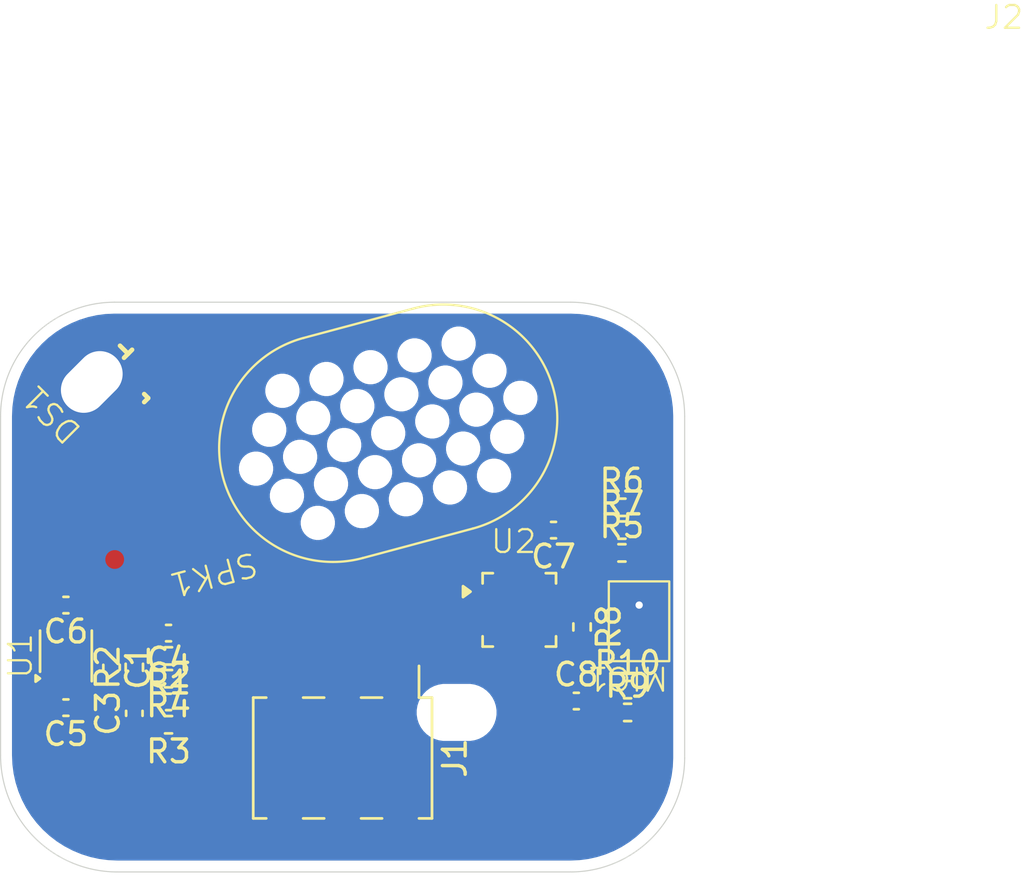
<source format=kicad_pcb>
(kicad_pcb (version 20241229) (generator "pcbnew") (generator_version "9.0")
  (layers (0 "F.Cu" signal) (2 "B.Cu" signal) (13 "F.Paste" user) (15 "B.Paste" user) (5 "F.SilkS" user "F.Silkscreen") (7 "B.SilkS" user "B.Silkscreen") (1 "F.Mask" user) (3 "B.Mask" user) (25 "Edge.Cuts" user))
  (net 0 "")
  (net 1 "Net-(SPK1-+)")
  (net 2 "Net-(U1-INN)")
  (net 3 "Net-(C2-Pad2)")
  (net 4 "Net-(C2-Pad1)")
  (net 5 "GND")
  (net 6 "Net-(U1-BYPASS)")
  (net 7 "+3V3")
  (net 8 "Net-(DS1-RK)")
  (net 9 "Net-(DS1-BK)")
  (net 10 "Net-(DS1-GK)")
  (net 11 "/SDA")
  (net 13 "/SCL")
  (net 15 "/PDM_DATA")
  (net 16 "/PDM_CLK")
  (net 17 "/AUDIO")
  (net 18 "/LED_R")
  (net 19 "/LED_G")
  (net 20 "/LED_B")
  (net 21 "/SWIO")
  (net 22 "Net-(SPK1--)")
  (net 23 "/AMP_SD")
  (net 27 "/UART")
  (net 29 "/RESET")
  (footprint "Capacitor_SMD:C_0402_1005Metric" (layer "F.Cu") (at 128.86625 92.29 180)
    (property "Reference" "C6" (at 0 -1.16 0) (layer "F.SilkS"))
    (property "Value" "1uF")
    (fp_line (start -0.107836 0.36) (end 0.107836 0.36) (stroke (width 0.12)) (layer "F.SilkS"))
    (fp_line (start -0.107836 -0.36) (end 0.107836 -0.36) (stroke (width 0.12)) (layer "F.SilkS"))
    (pad "1" smd roundrect (at -0.48 0 180) (size 0.56 0.62) (layers "F.Cu" "F.Mask" "F.Paste") (net 7 "+3V3"))
    (pad "2" smd roundrect (at 0.48 0 180) (size 0.56 0.62) (layers "F.Cu" "F.Mask" "F.Paste") (net 5 "GND"))
  )
  (footprint "noisy_cricket_sao:LMD3526B261-OA5" (layer "F.Cu") (at 154 93 180)
    (property "Reference" "MIC1" (at 0.5 -2.5 180) (layer "F.SilkS") (effects (font (thickness 0.1))))
    (property "Value" "LMD3526B261-OA5")
    (fp_circle (center -0.005 0.71) (end 0.735 0.71) (stroke (width 0.3)) (fill no) (layers "F.Cu" "F.Mask"))
    (fp_rect (start -1.325 -1.75) (end 1.325 1.75) (stroke (width 0.1)) (fill no) (layer "F.SilkS"))
    (pad "" np_thru_hole circle (at -0.005 0.71 180) (size 0.32 0.32) (drill 0.32) (layers "*.Cu" "*.Mask"))
    (pad "1" smd roundrect (at -0.835 -1.36 180) (size 0.73 0.52) (layers "F.Cu" "F.Mask" "F.Paste") (roundrect_rratio 0.15) (net 15 "/PDM_DATA"))
    (pad "2" smd roundrect (at -0.835 -0.54 180) (size 0.73 0.52) (layers "F.Cu" "F.Mask" "F.Paste") (roundrect_rratio 0.15) (net 5 "GND"))
    (pad "3" smd roundrect (at 0.835 -0.54 180) (size 0.73 0.52) (layers "F.Cu" "F.Mask" "F.Paste") (roundrect_rratio 0.15) (net 16 "/PDM_CLK"))
    (pad "4" smd roundrect (at 0.835 -1.36 180) (size 0.73 0.52) (layers "F.Cu" "F.Mask" "F.Paste") (roundrect_rratio 0.15) (net 7 "+3V3"))
    (pad "5" smd circle (at 0 1.45 180) (size 0.3 0.3) (layers "F.Cu" "F.Mask" "F.Paste") (net 5 "GND"))
  )
  (footprint "Capacitor_SMD:C_0402_1005Metric" (layer "F.Cu") (at 133.36625 96.54)
    (property "Reference" "C2" (at 0 -1.16 0) (layer "F.SilkS"))
    (property "Value" "390nF")
    (fp_line (start -0.107836 -0.36) (end 0.107836 -0.36) (stroke (width 0.12)) (layer "F.SilkS"))
    (fp_line (start -0.107836 0.36) (end 0.107836 0.36) (stroke (width 0.12)) (layer "F.SilkS"))
    (pad "1" smd roundrect (at -0.48 0) (size 0.56 0.62) (layers "F.Cu" "F.Mask" "F.Paste") (net 4 "Net-(C2-Pad1)"))
    (pad "2" smd roundrect (at 0.48 0) (size 0.56 0.62) (layers "F.Cu" "F.Mask" "F.Paste") (net 3 "Net-(C2-Pad2)"))
  )
  (footprint "noisy_cricket_sao:Debug Pogo 6-Pin" (layer "F.Cu") (at 151.135 95.49)
    (property "Reference" "J2" (at 18.865 -28.99 0) (layer "F.SilkS") (effects (font (thickness 0.1))))
    (property "Value" "Debug Pogo 6-Pin")
  )
  (footprint "Resistor_SMD:R_0402_1005Metric" (layer "F.Cu") (at 131.86625 95.02 90)
    (property "Reference" "R2" (at 0 -1.17 90) (layer "F.SilkS"))
    (property "Value" "68k")
    (fp_line (start -0.153641 -0.38) (end 0.153641 -0.38) (stroke (width 0.12)) (layer "F.SilkS"))
    (fp_line (start -0.153641 0.38) (end 0.153641 0.38) (stroke (width 0.12)) (layer "F.SilkS"))
    (pad "1" smd roundrect (at -0.51 0 90) (size 0.54 0.64) (layers "F.Cu" "F.Mask" "F.Paste") (net 2 "Net-(U1-INN)"))
    (pad "2" smd roundrect (at 0.51 0 90) (size 0.54 0.64) (layers "F.Cu" "F.Mask" "F.Paste") (net 1 "Net-(SPK1-+)"))
  )
  (footprint "Resistor_SMD:R_0402_1005Metric" (layer "F.Cu") (at 133.36625 95.52 180)
    (property "Reference" "R4" (at 0 -1.17 0) (layer "F.SilkS"))
    (property "Value" "20k")
    (fp_line (start -0.153641 0.38) (end 0.153641 0.38) (stroke (width 0.12)) (layer "F.SilkS"))
    (fp_line (start -0.153641 -0.38) (end 0.153641 -0.38) (stroke (width 0.12)) (layer "F.SilkS"))
    (pad "1" smd roundrect (at -0.51 0 180) (size 0.54 0.64) (layers "F.Cu" "F.Mask" "F.Paste") (net 3 "Net-(C2-Pad2)"))
    (pad "2" smd roundrect (at 0.51 0 180) (size 0.54 0.64) (layers "F.Cu" "F.Mask" "F.Paste") (net 2 "Net-(U1-INN)"))
  )
  (footprint "Resistor_SMD:R_0402_1005Metric" (layer "F.Cu") (at 153.25 90)
    (property "Reference" "R5" (at 0 -1.17 0) (layer "F.SilkS"))
    (property "Value" "100")
    (fp_line (start -0.153641 -0.38) (end 0.153641 -0.38) (stroke (width 0.12)) (layer "F.SilkS"))
    (fp_line (start -0.153641 0.38) (end 0.153641 0.38) (stroke (width 0.12)) (layer "F.SilkS"))
    (pad "1" smd roundrect (at -0.51 0) (size 0.54 0.64) (layers "F.Cu" "F.Mask" "F.Paste") (net 18 "/LED_R"))
    (pad "2" smd roundrect (at 0.51 0) (size 0.54 0.64) (layers "F.Cu" "F.Mask" "F.Paste") (net 8 "Net-(DS1-RK)"))
  )
  (footprint "Capacitor_SMD:C_0402_1005Metric" (layer "F.Cu") (at 130.86625 95.02 -90)
    (property "Reference" "C1" (at 0 -1.16 90) (layer "F.SilkS"))
    (property "Value" "220pF")
    (fp_line (start -0.107836 0.36) (end 0.107836 0.36) (stroke (width 0.12)) (layer "F.SilkS"))
    (fp_line (start -0.107836 -0.36) (end 0.107836 -0.36) (stroke (width 0.12)) (layer "F.SilkS"))
    (pad "1" smd roundrect (at -0.48 0 270) (size 0.56 0.62) (layers "F.Cu" "F.Mask" "F.Paste") (net 1 "Net-(SPK1-+)"))
    (pad "2" smd roundrect (at 0.48 0 270) (size 0.56 0.62) (layers "F.Cu" "F.Mask" "F.Paste") (net 2 "Net-(U1-INN)"))
  )
  (footprint "noisy_cricket_sao:AD8107" (layer "F.Cu") (at 128.86625 94.52 90)
    (property "Reference" "U1" (at 0 -2 90) (layer "F.SilkS") (effects (font (thickness 0.1))))
    (property "Value" "AD8107")
    (fp_line (start -0.695568 -1.135) (end 1.11 -1.135) (stroke (width 0.12)) (layer "F.SilkS"))
    (fp_line (start 1.11 1.135) (end -1.11 1.135) (stroke (width 0.12)) (layer "F.SilkS"))
    (fp_poly (pts (xy -0.99 -1.14) (xy -1.13 -1.33) (xy -0.85 -1.33)) (stroke (width 0.12)) (fill yes) (layer "F.SilkS"))
    (pad "1" smd roundrect (at -0.9625 -0.75 90) (size 0.775 0.25) (layers "F.Cu" "F.Mask" "F.Paste") (net 23 "/AMP_SD"))
    (pad "2" smd roundrect (at -0.9625 -0.25 90) (size 0.775 0.25) (layers "F.Cu" "F.Mask" "F.Paste") (net 6 "Net-(U1-BYPASS)"))
    (pad "3" smd roundrect (at -0.9625 0.25 90) (size 0.775 0.25) (layers "F.Cu" "F.Mask" "F.Paste") (net 6 "Net-(U1-BYPASS)"))
    (pad "4" smd roundrect (at -0.9625 0.75 90) (size 0.775 0.25) (layers "F.Cu" "F.Mask" "F.Paste") (net 2 "Net-(U1-INN)"))
    (pad "5" smd roundrect (at 0.9625 0.75 90) (size 0.775 0.25) (layers "F.Cu" "F.Mask" "F.Paste") (net 1 "Net-(SPK1-+)"))
    (pad "6" smd roundrect (at 0.9625 0.25 90) (size 0.775 0.25) (layers "F.Cu" "F.Mask" "F.Paste") (net 7 "+3V3"))
    (pad "7" smd roundrect (at 0.9625 -0.25 90) (size 0.775 0.25) (layers "F.Cu" "F.Mask" "F.Paste") (net 5 "GND"))
    (pad "8" smd roundrect (at 0.9625 -0.75 90) (size 0.775 0.25) (layers "F.Cu" "F.Mask" "F.Paste") (net 22 "Net-(SPK1--)"))
    (pad "9" smd rect (at 0 0 90) (size 0.85 1.65) (property pad_prop_heatsink) (layers "F.Cu" "F.Mask"))
  )
  (footprint "noisy_cricket_sao:1510-8Ω1W-L60MM" (layer "F.Cu") (at 143 84.75 -165)
    (property "Reference" "SPK1" (at 9 -4 195) (layer "F.SilkS") (effects (font (thickness 0.1))))
    (property "Value" "1510-8Ω1W-L60MM")
    (fp_line (start -2.499999 4.999999) (end 2.499999 4.999999) (stroke (width 0.1)) (layer "F.SilkS"))
    (fp_line (start -2.499999 -4.999999) (end 2.499999 -4.999999) (stroke (width 0.1)) (layer "F.SilkS"))
    (fp_arc (start 2.499999 -4.999999) (mid 7.5 0.000001) (end 2.499999 4.999999) (stroke (width 0.1)) (layer "F.SilkS"))
    (fp_arc (start -2.499999 4.999999) (mid -7.5 -0.000001) (end -2.499999 -4.999999) (stroke (width 0.1)) (layer "F.SilkS"))
    (pad "" np_thru_hole circle (at -6 0 195) (size 1 1) (drill 1) (layers "*.Cu" "*.Mask"))
    (pad "" np_thru_hole circle (at -5 -1.500001 195) (size 1 1) (drill 1) (layers "*.Cu" "*.Mask"))
    (pad "" np_thru_hole circle (at -4.999999 1.5 195) (size 1 1) (drill 1) (layers "*.Cu" "*.Mask"))
    (pad "" np_thru_hole circle (at -4 -3.000001 195) (size 1 1) (drill 1) (layers "*.Cu" "*.Mask"))
    (pad "" np_thru_hole circle (at -4 0 195) (size 1 1) (drill 1) (layers "*.Cu" "*.Mask"))
    (pad "" np_thru_hole circle (at -4 3 195) (size 1 1) (drill 1) (layers "*.Cu" "*.Mask"))
    (pad "" np_thru_hole circle (at -3.000001 -1.5 195) (size 1 1) (drill 1) (layers "*.Cu" "*.Mask"))
    (pad "" np_thru_hole circle (at -3 1.5 195) (size 1 1) (drill 1) (layers "*.Cu" "*.Mask"))
    (pad "" np_thru_hole circle (at -2.000001 3 195) (size 1 1) (drill 1) (layers "*.Cu" "*.Mask"))
    (pad "" np_thru_hole circle (at -2 -3 195) (size 1 1) (drill 1) (layers "*.Cu" "*.Mask"))
    (pad "" np_thru_hole circle (at -2 0 195) (size 1 1) (drill 1) (layers "*.Cu" "*.Mask"))
    (pad "" np_thru_hole circle (at -1 -1.499999 195) (size 1 1) (drill 1) (layers "*.Cu" "*.Mask"))
    (pad "" np_thru_hole circle (at -1 1.5 195) (size 1 1) (drill 1) (layers "*.Cu" "*.Mask"))
    (pad "" np_thru_hole circle (at -0.000001 -3 195) (size 1 1) (drill 1) (layers "*.Cu" "*.Mask"))
    (pad "" np_thru_hole circle (at 0 0 195) (size 1 1) (drill 1) (layers "*.Cu" "*.Mask"))
    (pad "" np_thru_hole circle (at 0.000001 3 195) (size 1 1) (drill 1) (layers "*.Cu" "*.Mask"))
    (pad "" np_thru_hole circle (at 1 -1.5 195) (size 1 1) (drill 1) (layers "*.Cu" "*.Mask"))
    (pad "" np_thru_hole circle (at 1 1.499999 195) (size 1 1) (drill 1) (layers "*.Cu" "*.Mask"))
    (pad "" np_thru_hole circle (at 2 0 195) (size 1 1) (drill 1) (layers "*.Cu" "*.Mask"))
    (pad "" np_thru_hole circle (at 2 3 195) (size 1 1) (drill 1) (layers "*.Cu" "*.Mask"))
    (pad "" np_thru_hole circle (at 2.000001 -3 195) (size 1 1) (drill 1) (layers "*.Cu" "*.Mask"))
    (pad "" np_thru_hole circle (at 3 -1.5 195) (size 1 1) (drill 1) (layers "*.Cu" "*.Mask"))
    (pad "" np_thru_hole circle (at 3.000001 1.5 195) (size 1 1) (drill 1) (layers "*.Cu" "*.Mask"))
    (pad "" np_thru_hole circle (at 4 -3 195) (size 1 1) (drill 1) (layers "*.Cu" "*.Mask"))
    (pad "" np_thru_hole circle (at 4 0 195) (size 1 1) (drill 1) (layers "*.Cu" "*.Mask"))
    (pad "" np_thru_hole circle (at 4 3.000001 195) (size 1 1) (drill 1) (layers "*.Cu" "*.Mask"))
    (pad "" np_thru_hole circle (at 4.999999 -1.5 195) (size 1 1) (drill 1) (layers "*.Cu" "*.Mask"))
    (pad "" np_thru_hole circle (at 5 1.500001 195) (size 1 1) (drill 1) (layers "*.Cu" "*.Mask"))
    (pad "" np_thru_hole circle (at 6 0 195) (size 1 1) (drill 1) (layers "*.Cu" "*.Mask"))
    (pad "1" smd roundrect (at 12.5 -2 195) (size 4 2) (layers "F.Cu" "F.Mask" "F.Paste") (roundrect_rratio 0.15) (net 1 "Net-(SPK1-+)"))
    (pad "2" smd roundrect (at 12.5 1.999999 195) (size 4 2) (layers "F.Cu" "F.Mask" "F.Paste") (roundrect_rratio 0.15) (net 22 "Net-(SPK1--)"))
  )
  (footprint "Resistor_SMD:R_0402_1005Metric" (layer "F.Cu") (at 133.36625 97.54 180)
    (property "Reference" "R3" (at 0 -1.17 0) (layer "F.SilkS"))
    (property "Value" "40.2")
    (fp_line (start -0.153641 0.38) (end 0.153641 0.38) (stroke (width 0.12)) (layer "F.SilkS"))
    (fp_line (start -0.153641 -0.38) (end 0.153641 -0.38) (stroke (width 0.12)) (layer "F.SilkS"))
    (pad "1" smd roundrect (at -0.51 0 180) (size 0.54 0.64) (layers "F.Cu" "F.Mask" "F.Paste") (net 17 "/AUDIO"))
    (pad "2" smd roundrect (at 0.51 0 180) (size 0.54 0.64) (layers "F.Cu" "F.Mask" "F.Paste") (net 4 "Net-(C2-Pad1)"))
  )
  (footprint "Connector_PinHeader_2.54mm:PinHeader_2x03_P2.54mm_Vertical_SMD" (layer "F.Cu") (at 141 99 -90)
    (property "Reference" "J1" (at 0 -4.92 90) (layer "F.SilkS"))
    (property "Value" "SAO 6-Pin")
    (fp_line (start -2.65 3.92) (end 2.65 3.92) (stroke (width 0.12)) (layer "F.SilkS"))
    (fp_line (start -2.65 3.35) (end -2.65 3.92) (stroke (width 0.12)) (layer "F.SilkS"))
    (fp_line (start 2.65 3.35) (end 2.65 3.92) (stroke (width 0.12)) (layer "F.SilkS"))
    (fp_line (start -2.65 0.81) (end -2.65 1.73) (stroke (width 0.12)) (layer "F.SilkS"))
    (fp_line (start 2.65 0.81) (end 2.65 1.73) (stroke (width 0.12)) (layer "F.SilkS"))
    (fp_line (start -2.65 -1.73) (end -2.65 -0.81) (stroke (width 0.12)) (layer "F.SilkS"))
    (fp_line (start 2.65 -1.73) (end 2.65 -0.81) (stroke (width 0.12)) (layer "F.SilkS"))
    (fp_line (start -4.04 -3.35) (end -2.65 -3.35) (stroke (width 0.12)) (layer "F.SilkS"))
    (fp_line (start -2.65 -3.92) (end -2.65 -3.35) (stroke (width 0.12)) (layer "F.SilkS"))
    (fp_line (start -2.65 -3.92) (end 2.65 -3.92) (stroke (width 0.12)) (layer "F.SilkS"))
    (fp_line (start 2.65 -3.92) (end 2.65 -3.35) (stroke (width 0.12)) (layer "F.SilkS"))
    (pad "1" smd rect (at -2.525 -2.54 270) (size 3.15 1) (layers "F.Cu" "F.Mask" "F.Paste") (net 7 "+3V3"))
    (pad "2" smd rect (at 2.525 -2.54 270) (size 3.15 1) (layers "F.Cu" "F.Mask" "F.Paste") (net 5 "GND"))
    (pad "3" smd rect (at -2.525 0 270) (size 3.15 1) (layers "F.Cu" "F.Mask" "F.Paste") (net 11 "/SDA"))
    (pad "4" smd rect (at 2.525 0 270) (size 3.15 1) (layers "F.Cu" "F.Mask" "F.Paste") (net 13 "/SCL"))
    (pad "5" smd rect (at -2.525 2.54 270) (size 3.15 1) (layers "F.Cu" "F.Mask" "F.Paste"))
    (pad "6" smd rect (at 2.525 2.54 270) (size 3.15 1) (layers "F.Cu" "F.Mask" "F.Paste"))
  )
  (footprint "Resistor_SMD:R_0402_1005Metric" (layer "F.Cu") (at 153.5 97)
    (property "Reference" "R9" (at 0 -1.17 0) (layer "F.SilkS"))
    (property "Value" "10k")
    (fp_line (start -0.153641 -0.38) (end 0.153641 -0.38) (stroke (width 0.12)) (layer "F.SilkS"))
    (fp_line (start -0.153641 0.38) (end 0.153641 0.38) (stroke (width 0.12)) (layer "F.SilkS"))
    (pad "1" smd roundrect (at -0.51 0) (size 0.54 0.64) (layers "F.Cu" "F.Mask" "F.Paste") (net 13 "/SCL"))
    (pad "2" smd roundrect (at 0.51 0) (size 0.54 0.64) (layers "F.Cu" "F.Mask" "F.Paste") (net 7 "+3V3"))
  )
  (footprint "Capacitor_SMD:C_0402_1005Metric" (layer "F.Cu") (at 131.86625 97.04 90)
    (property "Reference" "C3" (at 0 -1.16 90) (layer "F.SilkS"))
    (property "Value" "390nF")
    (fp_line (start -0.107836 -0.36) (end 0.107836 -0.36) (stroke (width 0.12)) (layer "F.SilkS"))
    (fp_line (start -0.107836 0.36) (end 0.107836 0.36) (stroke (width 0.12)) (layer "F.SilkS"))
    (pad "1" smd roundrect (at -0.48 0 90) (size 0.56 0.62) (layers "F.Cu" "F.Mask" "F.Paste") (net 4 "Net-(C2-Pad1)"))
    (pad "2" smd roundrect (at 0.48 0 90) (size 0.56 0.62) (layers "F.Cu" "F.Mask" "F.Paste") (net 5 "GND"))
  )
  (footprint "Resistor_SMD:R_0402_1005Metric" (layer "F.Cu") (at 153.25 88)
    (property "Reference" "R6" (at 0 -1.17 0) (layer "F.SilkS"))
    (property "Value" "0")
    (fp_line (start -0.153641 -0.38) (end 0.153641 -0.38) (stroke (width 0.12)) (layer "F.SilkS"))
    (fp_line (start -0.153641 0.38) (end 0.153641 0.38) (stroke (width 0.12)) (layer "F.SilkS"))
    (pad "1" smd roundrect (at -0.51 0) (size 0.54 0.64) (layers "F.Cu" "F.Mask" "F.Paste") (net 19 "/LED_G"))
    (pad "2" smd roundrect (at 0.51 0) (size 0.54 0.64) (layers "F.Cu" "F.Mask" "F.Paste") (net 10 "Net-(DS1-GK)"))
  )
  (footprint "noisy_cricket_sao:CH32V003F4U6" (layer "F.Cu") (at 148.75 92.5)
    (property "Reference" "U2" (at -0.25 -3 0) (layer "F.SilkS") (effects (font (thickness 0.1))))
    (property "Value" "CH32V003F4U6")
    (fp_line (start -1.61 -1.61) (end -1.16 -1.61) (stroke (width 0.12)) (layer "F.SilkS"))
    (fp_line (start -1.61 -1.16) (end -1.61 -1.61) (stroke (width 0.12)) (layer "F.SilkS"))
    (fp_line (start -1.61 1.61) (end -1.61 1.16) (stroke (width 0.12)) (layer "F.SilkS"))
    (fp_line (start -1.16 1.61) (end -1.61 1.61) (stroke (width 0.12)) (layer "F.SilkS"))
    (fp_line (start 1.16 -1.61) (end 1.61 -1.61) (stroke (width 0.12)) (layer "F.SilkS"))
    (fp_line (start 1.61 -1.61) (end 1.61 -1.16) (stroke (width 0.12)) (layer "F.SilkS"))
    (fp_line (start 1.61 1.16) (end 1.61 1.61) (stroke (width 0.12)) (layer "F.SilkS"))
    (fp_line (start 1.61 1.61) (end 1.16 1.61) (stroke (width 0.12)) (layer "F.SilkS"))
    (fp_poly (pts (xy -2.14 -0.8) (xy -2.47 -0.56) (xy -2.47 -1.04)) (stroke (width 0.12)) (fill yes) (layer "F.SilkS"))
    (pad "1" smd roundrect (at -1.45 -0.8) (size 0.85 0.2) (layers "F.Cu" "F.Mask" "F.Paste") (net 29 "/RESET"))
    (pad "2" smd roundrect (at -1.45 -0.4) (size 0.85 0.2) (layers "F.Cu" "F.Mask" "F.Paste") (net 17 "/AUDIO"))
    (pad "3" smd roundrect (at -1.45 0) (size 0.85 0.2) (layers "F.Cu" "F.Mask" "F.Paste"))
    (pad "4" smd roundrect (at -1.45 0.4) (size 0.85 0.2) (layers "F.Cu" "F.Mask" "F.Paste") (net 5 "GND"))
    (pad "5" smd roundrect (at -1.45 0.8) (size 0.85 0.2) (layers "F.Cu" "F.Mask" "F.Paste"))
    (pad "6" smd roundrect (at -0.8 1.45) (size 0.2 0.85) (layers "F.Cu" "F.Mask" "F.Paste") (net 7 "+3V3"))
    (pad "7" smd roundrect (at -0.4 1.45) (size 0.2 0.85) (layers "F.Cu" "F.Mask" "F.Paste"))
    (pad "8" smd roundrect (at 0 1.45) (size 0.2 0.85) (layers "F.Cu" "F.Mask" "F.Paste") (net 11 "/SDA"))
    (pad "9" smd roundrect (at 0.4 1.45) (size 0.2 0.85) (layers "F.Cu" "F.Mask" "F.Paste") (net 13 "/SCL"))
    (pad "10" smd roundrect (at 0.8 1.45) (size 0.2 0.85) (layers "F.Cu" "F.Mask" "F.Paste"))
    (pad "11" smd roundrect (at 1.45 0.8) (size 0.85 0.2) (layers "F.Cu" "F.Mask" "F.Paste"))
    (pad "12" smd roundrect (at 1.45 0.4) (size 0.85 0.2) (layers "F.Cu" "F.Mask" "F.Paste") (net 16 "/PDM_CLK"))
    (pad "13" smd roundrect (at 1.45 0) (size 0.85 0.2) (layers "F.Cu" "F.Mask" "F.Paste"))
    (pad "14" smd roundrect (at 1.45 -0.4) (size 0.85 0.2) (layers "F.Cu" "F.Mask" "F.Paste") (net 15 "/PDM_DATA"))
    (pad "15" smd roundrect (at 1.45 -0.8) (size 0.85 0.2) (layers "F.Cu" "F.Mask" "F.Paste") (net 21 "/SWIO"))
    (pad "16" smd roundrect (at 0.8 -1.45) (size 0.2 0.85) (layers "F.Cu" "F.Mask" "F.Paste") (net 20 "/LED_B"))
    (pad "17" smd roundrect (at 0.4 -1.45) (size 0.2 0.85) (layers "F.Cu" "F.Mask" "F.Paste") (net 19 "/LED_G"))
    (pad "18" smd roundrect (at 0 -1.45) (size 0.2 0.85) (layers "F.Cu" "F.Mask" "F.Paste") (net 18 "/LED_R"))
    (pad "19" smd roundrect (at -0.4 -1.45) (size 0.2 0.85) (layers "F.Cu" "F.Mask" "F.Paste") (net 27 "/UART"))
    (pad "20" smd roundrect (at -0.8 -1.45) (size 0.2 0.85) (layers "F.Cu" "F.Mask" "F.Paste") (net 27 "/UART"))
    (pad "21" smd rect (at 0 0) (size 1.65 1.65) (property pad_prop_heatsink) (layers "F.Cu" "F.Mask"))
  )
  (footprint "Resistor_SMD:R_0402_1005Metric" (layer "F.Cu") (at 151.5 93.25 -90)
    (property "Reference" "R8" (at 0 -1.17 90) (layer "F.SilkS"))
    (property "Value" "20k")
    (fp_line (start -0.153641 0.38) (end 0.153641 0.38) (stroke (width 0.12)) (layer "F.SilkS"))
    (fp_line (start -0.153641 -0.38) (end 0.153641 -0.38) (stroke (width 0.12)) (layer "F.SilkS"))
    (pad "1" smd roundrect (at -0.51 0 270) (size 0.54 0.64) (layers "F.Cu" "F.Mask" "F.Paste") (net 7 "+3V3"))
    (pad "2" smd roundrect (at 0.51 0 270) (size 0.54 0.64) (layers "F.Cu" "F.Mask" "F.Paste") (net 21 "/SWIO"))
  )
  (footprint "Capacitor_SMD:C_0402_1005Metric" (layer "F.Cu") (at 150.25 89 180)
    (property "Reference" "C7" (at 0 -1.16 0) (layer "F.SilkS"))
    (property "Value" "0.39uF")
    (fp_line (start -0.107836 0.36) (end 0.107836 0.36) (stroke (width 0.12)) (layer "F.SilkS"))
    (fp_line (start -0.107836 -0.36) (end 0.107836 -0.36) (stroke (width 0.12)) (layer "F.SilkS"))
    (pad "1" smd roundrect (at -0.48 0 180) (size 0.56 0.62) (layers "F.Cu" "F.Mask" "F.Paste") (net 5 "GND"))
    (pad "2" smd roundrect (at 0.48 0 180) (size 0.56 0.62) (layers "F.Cu" "F.Mask" "F.Paste") (net 7 "+3V3"))
  )
  (footprint "Capacitor_SMD:C_0402_1005Metric" (layer "F.Cu") (at 128.86625 96.79 180)
    (property "Reference" "C5" (at 0 -1.16 0) (layer "F.SilkS"))
    (property "Value" "1uF")
    (fp_line (start -0.107836 0.36) (end 0.107836 0.36) (stroke (width 0.12)) (layer "F.SilkS"))
    (fp_line (start -0.107836 -0.36) (end 0.107836 -0.36) (stroke (width 0.12)) (layer "F.SilkS"))
    (pad "1" smd roundrect (at -0.48 0 180) (size 0.56 0.62) (layers "F.Cu" "F.Mask" "F.Paste") (net 5 "GND"))
    (pad "2" smd roundrect (at 0.48 0 180) (size 0.56 0.62) (layers "F.Cu" "F.Mask" "F.Paste") (net 6 "Net-(U1-BYPASS)"))
  )
  (footprint "Resistor_SMD:R_0402_1005Metric" (layer "F.Cu") (at 153.5 96)
    (property "Reference" "R10" (at 0 -1.17 0) (layer "F.SilkS"))
    (property "Value" "10k")
    (fp_line (start -0.153641 -0.38) (end 0.153641 -0.38) (stroke (width 0.12)) (layer "F.SilkS"))
    (fp_line (start -0.153641 0.38) (end 0.153641 0.38) (stroke (width 0.12)) (layer "F.SilkS"))
    (pad "1" smd roundrect (at -0.51 0) (size 0.54 0.64) (layers "F.Cu" "F.Mask" "F.Paste") (net 11 "/SDA"))
    (pad "2" smd roundrect (at 0.51 0) (size 0.54 0.64) (layers "F.Cu" "F.Mask" "F.Paste") (net 7 "+3V3"))
  )
  (footprint "noisy_cricket_sao:E6CC1205RGBC3UDA" (layer "F.Cu") (at 130 82.5 45)
    (property "Reference" "DS1" (at -2.25 -0.25 135) (layer "F.SilkS") (effects (font (thickness 0.1))))
    (property "Value" "E6CC1205RGBC3UDA")
    (fp_line (start 1.75 0.25) (end 2.25 0.25) (stroke (width 0.2)) (layer "F.SilkS"))
    (fp_line (start 2 0.25) (end 2 -0.25) (stroke (width 0.2)) (layer "F.SilkS"))
    (fp_line (start 1.25 2) (end 1.25 2.25) (stroke (width 0.2)) (layer "F.SilkS"))
    (fp_line (start 1.25 2.25) (end 1 2.25) (stroke (width 0.2)) (layer "F.SilkS"))
    (pad "" np_thru_hole oval (at 0 0 45) (size 3 2) (drill oval 3 2) (layers "*.Cu" "*.Mask"))
    (pad "1" smd roundrect (at 0.55 1.5 45) (size 0.7 0.8) (layers "F.Cu" "F.Mask" "F.Paste") (roundrect_rratio 0.15) (net 8 "Net-(DS1-RK)"))
    (pad "2" smd roundrect (at 0.55 -1.5 45) (size 0.7 0.8) (layers "F.Cu" "F.Mask" "F.Paste") (roundrect_rratio 0.15) (net 7 "+3V3"))
    (pad "3" smd roundrect (at -0.55 1.5 45) (size 0.7 0.8) (layers "F.Cu" "F.Mask" "F.Paste") (roundrect_rratio 0.15) (net 10 "Net-(DS1-GK)"))
    (pad "4" smd roundrect (at -0.55 -1.5 45) (size 0.7 0.8) (layers "F.Cu" "F.Mask" "F.Paste") (roundrect_rratio 0.15) (net 9 "Net-(DS1-BK)"))
  )
  (footprint "Capacitor_SMD:C_0402_1005Metric" (layer "F.Cu") (at 151.25 96.5)
    (property "Reference" "C8" (at 0 -1.16 0) (layer "F.SilkS"))
    (property "Value" "1uF")
    (fp_line (start -0.107836 -0.36) (end 0.107836 -0.36) (stroke (width 0.12)) (layer "F.SilkS"))
    (fp_line (start -0.107836 0.36) (end 0.107836 0.36) (stroke (width 0.12)) (layer "F.SilkS"))
    (pad "1" smd roundrect (at -0.48 0) (size 0.56 0.62) (layers "F.Cu" "F.Mask" "F.Paste") (net 5 "GND"))
    (pad "2" smd roundrect (at 0.48 0) (size 0.56 0.62) (layers "F.Cu" "F.Mask" "F.Paste") (net 7 "+3V3"))
  )
  (footprint "Resistor_SMD:R_0402_1005Metric" (layer "F.Cu") (at 133.36625 94.52 180)
    (property "Reference" "R1" (at 0 -1.17 0) (layer "F.SilkS"))
    (property "Value" "26.1k")
    (fp_line (start -0.153641 0.38) (end 0.153641 0.38) (stroke (width 0.12)) (layer "F.SilkS"))
    (fp_line (start -0.153641 -0.38) (end 0.153641 -0.38) (stroke (width 0.12)) (layer "F.SilkS"))
    (pad "1" smd roundrect (at -0.51 0 180) (size 0.54 0.64) (layers "F.Cu" "F.Mask" "F.Paste") (net 3 "Net-(C2-Pad2)"))
    (pad "2" smd roundrect (at 0.51 0 180) (size 0.54 0.64) (layers "F.Cu" "F.Mask" "F.Paste") (net 1 "Net-(SPK1-+)"))
  )
  (footprint "Resistor_SMD:R_0402_1005Metric" (layer "F.Cu") (at 153.25 89)
    (property "Reference" "R7" (at 0 -1.17 0) (layer "F.SilkS"))
    (property "Value" "0")
    (fp_line (start -0.153641 -0.38) (end 0.153641 -0.38) (stroke (width 0.12)) (layer "F.SilkS"))
    (fp_line (start -0.153641 0.38) (end 0.153641 0.38) (stroke (width 0.12)) (layer "F.SilkS"))
    (pad "1" smd roundrect (at -0.51 0) (size 0.54 0.64) (layers "F.Cu" "F.Mask" "F.Paste") (net 20 "/LED_B"))
    (pad "2" smd roundrect (at 0.51 0) (size 0.54 0.64) (layers "F.Cu" "F.Mask" "F.Paste") (net 9 "Net-(DS1-BK)"))
  )
  (footprint "Capacitor_SMD:C_0402_1005Metric" (layer "F.Cu") (at 133.36625 93.52 180)
    (property "Reference" "C4" (at 0 -1.16 0) (layer "F.SilkS"))
    (property "Value" "1.3nF")
    (fp_line (start -0.107836 0.36) (end 0.107836 0.36) (stroke (width 0.12)) (layer "F.SilkS"))
    (fp_line (start -0.107836 -0.36) (end 0.107836 -0.36) (stroke (width 0.12)) (layer "F.SilkS"))
    (pad "1" smd roundrect (at -0.48 0 180) (size 0.56 0.62) (layers "F.Cu" "F.Mask" "F.Paste") (net 3 "Net-(C2-Pad2)"))
    (pad "2" smd roundrect (at 0.48 0 180) (size 0.56 0.62) (layers "F.Cu" "F.Mask" "F.Paste") (net 5 "GND"))
  )
  (gr_line (start 151 104) (end 131.12132 104) (stroke (width 0.05)) (layer "Edge.Cuts"))
  (gr_line (start 131 79) (end 151 79) (stroke (width 0.05)) (layer "Edge.Cuts"))
  (gr_arc (start 156 99) (mid 154.535534 102.535534) (end 151 104) (stroke (width 0.05)) (layer "Edge.Cuts"))
  (gr_line (start 126 98.8787) (end 126 84) (stroke (width 0.05)) (layer "Edge.Cuts"))
  (gr_arc (start 131.12132 104) (mid 127.5 102.5) (end 126 98.87868) (stroke (width 0.05)) (layer "Edge.Cuts"))
  (gr_arc (start 126 84) (mid 127.464466 80.464466) (end 131 79) (stroke (width 0.05)) (layer "Edge.Cuts"))
  (gr_arc (start 151 79) (mid 154.535534 80.464466) (end 156 84) (stroke (width 0.05)) (layer "Edge.Cuts"))
  (gr_line (start 156 84) (end 156 99) (stroke (width 0.05)) (layer "Edge.Cuts"))
  (segment (start 129.61625 93.5575) (end 129.88375 93.5575) (width 0.2) (layer "F.Cu") (net 1))
  (segment (start 132.83625 94.54) (end 132.85625 94.52) (width 0.2) (layer "F.Cu") (net 1))
  (segment (start 129.88375 93.5575) (end 130.86625 94.54) (width 0.2) (layer "F.Cu") (net 1))
  (segment (start 130.86625 94.54) (end 132.83625 94.54) (width 0.2) (layer "F.Cu") (net 1))
  (segment (start 130.86625 95.5) (end 129.63375 95.5) (width 0.2) (layer "F.Cu") (net 2))
  (segment (start 132.85625 95.52) (end 130.88625 95.52) (width 0.2) (layer "F.Cu") (net 2))
  (segment (start 130.88625 95.52) (end 130.86625 95.5) (width 0.2) (layer "F.Cu") (net 2))
  (segment (start 133.84625 95.55) (end 133.87625 95.52) (width 0.2) (layer "F.Cu") (net 3))
  (segment (start 133.84625 96.54) (end 133.84625 95.55) (width 0.2) (layer "F.Cu") (net 3))
  (segment (start 133.87625 95.52) (end 133.87625 93.55) (width 0.2) (layer "F.Cu") (net 3))
  (segment (start 133.87625 93.55) (end 133.84625 93.52) (width 0.2) (layer "F.Cu") (net 3))
  (segment (start 133.89625 95.5) (end 133.87625 95.52) (width 0.2) (layer "F.Cu") (net 3))
  (segment (start 131.86625 97.52) (end 132.83625 97.52) (width 0.2) (layer "F.Cu") (net 4))
  (segment (start 132.88625 96.54) (end 132.88625 97.51) (width 0.2) (layer "F.Cu") (net 4))
  (segment (start 132.88625 97.51) (end 132.85625 97.54) (width 0.2) (layer "F.Cu") (net 4))
  (segment (start 132.83625 97.52) (end 132.85625 97.54) (width 0.2) (layer "F.Cu") (net 4))
  (segment (start 128.61625 93.5575) (end 128.61625 92.52) (width 0.2) (layer "F.Cu") (net 5))
  (segment (start 128.61625 92.52) (end 128.38625 92.29) (width 0.2) (layer "F.Cu") (net 5))
  (segment (start 129.11625 96.06) (end 128.38625 96.79) (width 0.2) (layer "F.Cu") (net 6))
  (segment (start 128.38625 96.79) (end 128.61625 96.56) (width 0.2) (layer "F.Cu") (net 6))
  (segment (start 129.11625 95.4825) (end 129.11625 96.06) (width 0.2) (layer "F.Cu") (net 6))
  (segment (start 128.61625 96.56) (end 128.61625 95.4825) (width 0.2) (layer "F.Cu") (net 6))
  (segment (start 129.11625 93.5575) (end 129.11625 92.52) (width 0.2) (layer "F.Cu") (net 7))
  (segment (start 129.11625 92.52) (end 129.34625 92.29) (width 0.2) (layer "F.Cu") (net 7))
  (zone (net 5) (net_name "GND") (layer "B.Cu") (connect_pads (clearance 0.5)) (min_thickness 0.25) (fill yes (thermal_gap 0.5) (thermal_bridge_width 0.5))
    (polygon (pts (xy 126 79) (xy 156 79) (xy 156 104) (xy 126 104)))
  )
)
</source>
